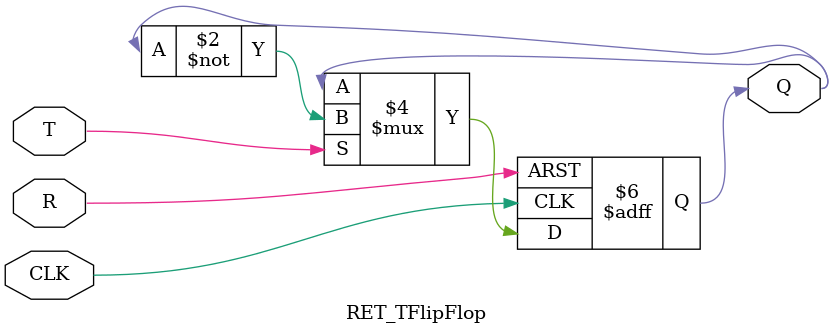
<source format=v>
`timescale 1ns / 1ps


module RET_TFlipFlop(
    input T,
    input CLK,
    input R,
    output reg Q
    );
    
    always @ (posedge CLK or posedge R)
    begin
        if (R)
            Q=0;
        else if(T)
            Q=~Q;
    end
endmodule
</source>
